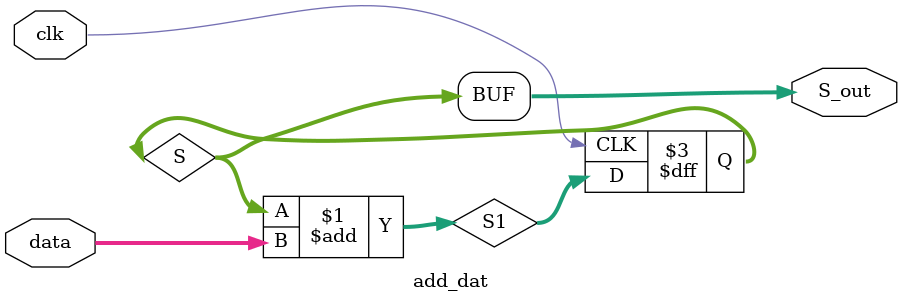
<source format=v>
module add_dat (
    input clk,
    input [31:0] data,
    output [31:0] S_out
);

    reg [31:0]reg_data,S;
    wire [31:0]S1;
    assign S1=S+data;
    assign S_out=S;

    always @(posedge clk) begin
        reg_data<=data;
        S<=S1;
    end
    
endmodule
</source>
